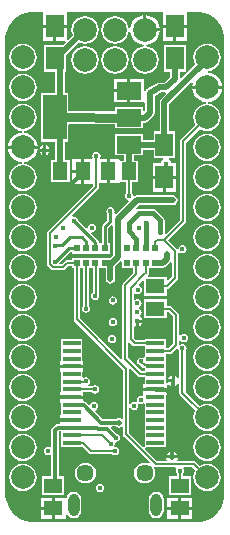
<source format=gbr>
%TF.GenerationSoftware,Altium Limited,Altium Designer,19.1.8 (144)*%
G04 Layer_Physical_Order=4*
G04 Layer_Color=16711680*
%FSLAX26Y26*%
%MOIN*%
%TF.FileFunction,Copper,L4,Bot,Signal*%
%TF.Part,Single*%
G01*
G75*
%TA.AperFunction,Conductor*%
%ADD19C,0.010000*%
%ADD20C,0.008000*%
%ADD21C,0.012000*%
%ADD22C,0.020000*%
%ADD23C,0.015000*%
%TA.AperFunction,ComponentPad*%
%ADD24C,0.031496*%
%ADD25C,0.078740*%
%ADD26C,0.057087*%
%ADD27O,0.037402X0.074803*%
%TA.AperFunction,ViaPad*%
%ADD28C,0.015000*%
%ADD29C,0.020000*%
%TA.AperFunction,Conductor*%
%ADD30C,0.030000*%
%TA.AperFunction,SMDPad,CuDef*%
%ADD31R,0.062992X0.051181*%
%ADD32R,0.059500X0.017000*%
%ADD33R,0.019685X0.023622*%
%ADD34R,0.051181X0.062992*%
%ADD35R,0.079000X0.059000*%
%ADD36R,0.079000X0.150000*%
%ADD37R,0.059055X0.076772*%
%TA.AperFunction,ConnectorPad*%
%ADD38R,0.059055X0.076772*%
%TA.AperFunction,SMDPad,CuDef*%
%ADD39R,0.051181X0.059055*%
G36*
X638427Y1668716D02*
X654806Y1661932D01*
X669547Y1652083D01*
X682083Y1639547D01*
X691932Y1624806D01*
X698716Y1608427D01*
X702175Y1591039D01*
Y1582175D01*
Y62175D01*
Y53311D01*
X698716Y35923D01*
X691932Y19544D01*
X682083Y4803D01*
X669547Y-7732D01*
X654806Y-17582D01*
X638427Y-24366D01*
X621039Y-27825D01*
X67175D01*
X57819Y-27825D01*
X39465Y-24174D01*
X22176Y-17013D01*
X6616Y-6616D01*
X-6616Y6616D01*
X-17013Y22176D01*
X-24174Y39465D01*
X-27825Y57819D01*
Y67175D01*
X-27825D01*
Y1582175D01*
Y1591039D01*
X-24366Y1608427D01*
X-17582Y1624806D01*
X-7732Y1639547D01*
X4803Y1652083D01*
X19544Y1661932D01*
X35923Y1668716D01*
X53311Y1672175D01*
X97648D01*
Y1631309D01*
X176703D01*
Y1672175D01*
X497648D01*
Y1631309D01*
X576703D01*
Y1672175D01*
X621039D01*
X638427Y1668716D01*
D02*
G37*
%LPC*%
G36*
X442175Y1662313D02*
Y1618175D01*
X486313D01*
X485274Y1626063D01*
X480300Y1638073D01*
X472386Y1648386D01*
X462073Y1656300D01*
X450063Y1661274D01*
X442175Y1662313D01*
D02*
G37*
G36*
X432175D02*
X424287Y1661274D01*
X412277Y1656300D01*
X401964Y1648386D01*
X394050Y1638073D01*
X389076Y1626063D01*
X387734Y1615871D01*
X387679Y1615457D01*
X382637D01*
X382582Y1615871D01*
X381377Y1625019D01*
X376806Y1636056D01*
X369534Y1645534D01*
X360056Y1652806D01*
X349019Y1657378D01*
X337175Y1658937D01*
X325331Y1657378D01*
X314294Y1652806D01*
X304817Y1645534D01*
X297545Y1636056D01*
X292973Y1625019D01*
X291414Y1613175D01*
X292973Y1601331D01*
X297545Y1590294D01*
X304817Y1580817D01*
X314294Y1573544D01*
X325331Y1568973D01*
X337175Y1567414D01*
X349019Y1568973D01*
X360056Y1573544D01*
X369534Y1580817D01*
X376806Y1590294D01*
X381377Y1601331D01*
X382582Y1610480D01*
X382637Y1610893D01*
X387679D01*
X387734Y1610480D01*
X389076Y1600287D01*
X394050Y1588277D01*
X401964Y1577964D01*
X412277Y1570051D01*
X424287Y1565076D01*
X434480Y1563734D01*
X434893Y1563679D01*
Y1558637D01*
X434480Y1558582D01*
X425331Y1557378D01*
X414294Y1552806D01*
X404817Y1545534D01*
X397545Y1536056D01*
X392973Y1525019D01*
X391414Y1513175D01*
X392973Y1501331D01*
X397545Y1490294D01*
X404817Y1480817D01*
X414294Y1473544D01*
X425331Y1468973D01*
X437175Y1467414D01*
X449019Y1468973D01*
X460056Y1473544D01*
X469534Y1480817D01*
X476806Y1490294D01*
X481377Y1501331D01*
X482937Y1513175D01*
X481377Y1525019D01*
X476806Y1536056D01*
X469534Y1545534D01*
X460056Y1552806D01*
X449019Y1557378D01*
X439871Y1558582D01*
X439457Y1558637D01*
Y1563679D01*
X439871Y1563734D01*
X450063Y1565076D01*
X462073Y1570051D01*
X472386Y1577964D01*
X480300Y1588277D01*
X485274Y1600287D01*
X486313Y1608175D01*
X437175D01*
Y1613175D01*
X432175D01*
Y1662313D01*
D02*
G37*
G36*
X237175Y1658937D02*
X225331Y1657378D01*
X214294Y1652806D01*
X204817Y1645534D01*
X197544Y1636056D01*
X192973Y1625019D01*
X191414Y1613175D01*
X192973Y1601331D01*
X195693Y1594764D01*
X181703Y1580774D01*
X176703Y1582845D01*
Y1621309D01*
X142175D01*
Y1577923D01*
X171781D01*
X173853Y1572923D01*
X163356Y1562427D01*
X101648D01*
Y1473655D01*
X136300D01*
Y1402825D01*
X90365D01*
Y1240825D01*
X138480D01*
Y1179671D01*
X123183D01*
Y1104679D01*
X186364D01*
Y1179671D01*
X171107D01*
Y1240825D01*
X181365D01*
Y1297061D01*
X184911Y1300586D01*
X338365Y1299682D01*
Y1285325D01*
X429365D01*
Y1304512D01*
X437275D01*
X443518Y1305754D01*
X448811Y1309290D01*
X464949Y1325428D01*
X468485Y1330720D01*
X469727Y1336963D01*
Y1393978D01*
X492335Y1405010D01*
X504814D01*
X506885Y1400010D01*
X490640Y1383765D01*
X487103Y1378472D01*
X485862Y1372229D01*
Y1275211D01*
X466648D01*
Y1247139D01*
X429365D01*
Y1266325D01*
X338365D01*
Y1195325D01*
X367552D01*
Y1177703D01*
X352275D01*
X350558Y1181703D01*
X319967D01*
Y1142175D01*
Y1102648D01*
X350558D01*
X352275Y1106648D01*
X372979D01*
Y1070215D01*
X370459Y1066443D01*
X369411Y1061175D01*
X370459Y1055908D01*
X373442Y1051442D01*
X377908Y1048458D01*
X381585Y1047727D01*
X383495Y1043379D01*
X383555Y1042625D01*
X341174Y1000245D01*
X335543Y1001685D01*
X334892Y1003908D01*
X335940Y1009175D01*
X334892Y1014443D01*
X331908Y1018908D01*
X327443Y1021892D01*
X322175Y1022940D01*
X316908Y1021892D01*
X312442Y1018908D01*
X309459Y1014443D01*
X308411Y1009175D01*
X309459Y1003908D01*
X310960Y1001661D01*
Y979611D01*
X295741Y964392D01*
X293309Y960754D01*
X292456Y956462D01*
X292456Y956461D01*
Y903416D01*
X287561D01*
X283391Y905490D01*
X282537Y909782D01*
X280106Y913420D01*
X280106Y913421D01*
X258753Y934773D01*
X259216Y937029D01*
X260733Y939865D01*
X265026Y940719D01*
X269491Y943702D01*
X272475Y948168D01*
X273523Y953435D01*
X272475Y958703D01*
X269491Y963168D01*
X265026Y966152D01*
X259758Y967200D01*
X254491Y966152D01*
X250025Y963168D01*
X247042Y958703D01*
X246188Y954410D01*
X243351Y952893D01*
X241096Y952431D01*
X214015Y979511D01*
X213488Y982161D01*
X210504Y986627D01*
X206038Y989611D01*
X200771Y990659D01*
X200648Y990634D01*
X194967Y994562D01*
X194797Y995557D01*
X282385Y1083144D01*
X284595Y1086452D01*
X285371Y1090354D01*
Y1102648D01*
X309967D01*
Y1142175D01*
Y1181703D01*
X289759D01*
X287087Y1186703D01*
X287892Y1187908D01*
X288940Y1193175D01*
X287892Y1198443D01*
X284908Y1202908D01*
X280443Y1205892D01*
X275175Y1206940D01*
X269908Y1205892D01*
X265442Y1202908D01*
X262459Y1198443D01*
X261411Y1193175D01*
X262307Y1188671D01*
X261250Y1186299D01*
X259276Y1183671D01*
X234577D01*
Y1142175D01*
Y1100679D01*
X264979D01*
Y1094577D01*
X112466Y942063D01*
X110255Y938756D01*
X109479Y934854D01*
Y833927D01*
X110255Y830025D01*
X112466Y826717D01*
X123717Y815466D01*
X127025Y813255D01*
X130927Y812479D01*
X164074D01*
X167976Y813255D01*
X171284Y815466D01*
X182227Y826409D01*
X193341D01*
Y818794D01*
X198987D01*
Y649110D01*
X199763Y645208D01*
X201974Y641900D01*
X364048Y479825D01*
Y320162D01*
X359048Y317489D01*
X356418Y319247D01*
X350175Y320489D01*
X343932Y319247D01*
X339687Y316410D01*
X296029D01*
X270620Y341819D01*
X272266Y347245D01*
X273443Y347479D01*
X277908Y350462D01*
X280892Y354928D01*
X281940Y360195D01*
X280892Y365463D01*
X277908Y369928D01*
X273443Y372912D01*
X268175Y373960D01*
X262908Y372912D01*
X258442Y369928D01*
X255458Y365463D01*
X255225Y364286D01*
X249799Y362640D01*
X241089Y371351D01*
X237120Y374003D01*
X232437Y374934D01*
X232175D01*
Y384379D01*
X192425D01*
X152675D01*
Y370879D01*
X156675D01*
Y331109D01*
X152675D01*
Y317609D01*
X192425D01*
Y307609D01*
X152675D01*
Y299252D01*
X145690D01*
X141008Y298321D01*
X137039Y295669D01*
X128024Y286654D01*
X125371Y282685D01*
X124440Y278002D01*
Y224898D01*
X119440Y222226D01*
X118443Y222892D01*
X113175Y223940D01*
X107908Y222892D01*
X103442Y219908D01*
X100459Y215443D01*
X99411Y210175D01*
X100459Y204908D01*
X103442Y200442D01*
X107908Y197458D01*
X113175Y196411D01*
X118443Y197458D01*
X119440Y198125D01*
X124440Y195452D01*
Y125168D01*
X93679D01*
Y61987D01*
X168671D01*
Y125168D01*
X148910D01*
Y272934D01*
X150758Y274782D01*
X156675D01*
Y246927D01*
Y221337D01*
X228175D01*
X228175Y221337D01*
Y221337D01*
X232454Y219477D01*
X250086Y201846D01*
X253393Y199635D01*
X257295Y198859D01*
X328235D01*
X332008Y196339D01*
X337275Y195291D01*
X342543Y196339D01*
X347008Y199322D01*
X349992Y203788D01*
X351040Y209055D01*
X349992Y214323D01*
X347008Y218788D01*
X342543Y221772D01*
X337275Y222820D01*
X334523Y227370D01*
X335337Y228589D01*
X336385Y233856D01*
X335927Y236158D01*
X340011Y240443D01*
X340175Y240411D01*
X345443Y241458D01*
X349908Y244442D01*
X352892Y248908D01*
X353940Y254175D01*
X352892Y259443D01*
X349908Y263908D01*
X345443Y266892D01*
X344592Y267061D01*
X324713Y286940D01*
X326784Y291940D01*
X339687D01*
X343932Y289103D01*
X350175Y287862D01*
X356418Y289103D01*
X359048Y290861D01*
X364048Y288188D01*
Y264963D01*
X364825Y261061D01*
X367035Y257754D01*
X453032Y171757D01*
X450200Y167518D01*
X444619Y169829D01*
X435601Y171017D01*
X426584Y169829D01*
X418180Y166349D01*
X410965Y160812D01*
X405428Y153596D01*
X401947Y145193D01*
X400760Y136175D01*
X401947Y127158D01*
X405428Y118754D01*
X410965Y111539D01*
X418180Y106002D01*
X426584Y102521D01*
X435601Y101334D01*
X444619Y102521D01*
X453022Y106002D01*
X460238Y111539D01*
X465775Y118754D01*
X469255Y127158D01*
X470443Y136175D01*
X469255Y145193D01*
X466182Y152613D01*
X468743Y155644D01*
X469811Y156381D01*
X473332Y155680D01*
X538479D01*
X541151Y150680D01*
X540458Y149643D01*
X539411Y144376D01*
X540458Y139109D01*
X542979Y135336D01*
Y125168D01*
X515679D01*
Y61987D01*
X590671D01*
Y125168D01*
X563371D01*
Y135336D01*
X565892Y139109D01*
X566940Y144376D01*
X565892Y149643D01*
X565199Y150680D01*
X567872Y155680D01*
X595399D01*
X605556Y145523D01*
X604544Y144204D01*
X599973Y133167D01*
X598414Y121323D01*
X599973Y109479D01*
X604544Y98442D01*
X611817Y88965D01*
X621294Y81692D01*
X632331Y77121D01*
X644175Y75562D01*
X656019Y77121D01*
X667056Y81692D01*
X676534Y88965D01*
X683806Y98442D01*
X688378Y109479D01*
X689937Y121323D01*
X688378Y133167D01*
X683806Y144204D01*
X676534Y153681D01*
X667056Y160954D01*
X656019Y165525D01*
X644175Y167085D01*
X632331Y165525D01*
X621294Y160954D01*
X619976Y159942D01*
X606832Y173086D01*
X603524Y175296D01*
X599622Y176072D01*
X547109D01*
X544752Y180482D01*
X546015Y182372D01*
X546572Y185175D01*
X507778D01*
X508336Y182372D01*
X509598Y180482D01*
X507241Y176072D01*
X477555D01*
X437290Y216337D01*
X439361Y221337D01*
X507675D01*
Y246927D01*
Y272517D01*
Y298109D01*
Y323699D01*
Y349289D01*
Y396471D01*
X511675D01*
Y409971D01*
X471925D01*
X432175D01*
Y396968D01*
X431935Y396508D01*
X428628Y392963D01*
X424675Y393750D01*
X419408Y392702D01*
X414942Y389718D01*
X411959Y385253D01*
X410911Y379985D01*
X411801Y375511D01*
X409945Y373516D01*
X407748Y372205D01*
X406690Y372912D01*
X401423Y373960D01*
X396155Y372912D01*
X391690Y369928D01*
X389440Y366562D01*
X384440Y367696D01*
Y481764D01*
X389440Y483835D01*
X414334Y458942D01*
X417642Y456731D01*
X421544Y455955D01*
X436175D01*
Y433471D01*
X432175D01*
Y419971D01*
X471925D01*
X511675D01*
Y428916D01*
X516607Y433024D01*
X517706Y432835D01*
X518558Y431558D01*
X524347Y427691D01*
X526175Y427327D01*
Y439175D01*
X513613D01*
X510032Y436005D01*
X507675Y436950D01*
Y477241D01*
Y502833D01*
Y532727D01*
X519175D01*
X523077Y533503D01*
X526385Y535714D01*
X543559Y552888D01*
X545098Y552662D01*
X548661Y550918D01*
X549458Y546908D01*
X551979Y543135D01*
Y452966D01*
X546979Y452022D01*
X543792Y456792D01*
X538003Y460660D01*
X536175Y461023D01*
Y444175D01*
Y427327D01*
X538003Y427691D01*
X543792Y431558D01*
X546979Y436329D01*
X551979Y435384D01*
Y403323D01*
X552755Y399421D01*
X554966Y396114D01*
X605556Y345523D01*
X604544Y344204D01*
X599973Y333167D01*
X598414Y321323D01*
X599973Y309479D01*
X604544Y298442D01*
X611817Y288965D01*
X621294Y281692D01*
X632331Y277121D01*
X644175Y275562D01*
X656019Y277121D01*
X667056Y281692D01*
X676534Y288965D01*
X683806Y298442D01*
X688378Y309479D01*
X689937Y321323D01*
X688378Y333167D01*
X683806Y344204D01*
X676534Y353682D01*
X667056Y360954D01*
X656019Y365526D01*
X644175Y367085D01*
X632331Y365526D01*
X621294Y360954D01*
X619976Y359942D01*
X572371Y407546D01*
Y543135D01*
X574892Y546908D01*
X575940Y552175D01*
X574892Y557443D01*
X571908Y561908D01*
X567443Y564892D01*
X562175Y565940D01*
X556908Y564892D01*
X554757Y563455D01*
X549757Y566127D01*
Y577351D01*
X550684Y578077D01*
X557376Y577061D01*
X561841Y574078D01*
X567109Y573030D01*
X572376Y574078D01*
X576842Y577061D01*
X579826Y581527D01*
X580873Y586794D01*
X579826Y592062D01*
X576842Y596527D01*
X572376Y599511D01*
X567109Y600559D01*
X561841Y599511D01*
X557376Y596528D01*
X550684Y595511D01*
X549757Y596237D01*
Y663755D01*
X548981Y667657D01*
X546770Y670965D01*
X526604Y691131D01*
X523297Y693341D01*
X519395Y694117D01*
X509017D01*
Y715512D01*
X434025D01*
Y652331D01*
X509017D01*
Y673725D01*
X515172D01*
X529365Y659532D01*
Y567532D01*
X514952Y553119D01*
X507675D01*
Y583013D01*
X436175D01*
Y578709D01*
X407869D01*
X400207Y586371D01*
Y623822D01*
X404617Y626179D01*
X405347Y625691D01*
X407175Y625327D01*
Y642175D01*
X412175D01*
Y647175D01*
X429023D01*
X428660Y649003D01*
X424792Y654792D01*
X422125Y656574D01*
X421908Y662442D01*
X424892Y666908D01*
X425940Y672175D01*
X424892Y677443D01*
X421908Y681908D01*
X418055Y684482D01*
X417724Y687175D01*
X418055Y689868D01*
X421908Y692442D01*
X424892Y696908D01*
X425940Y702175D01*
X424892Y707443D01*
X421908Y711908D01*
X417443Y714892D01*
X412175Y715940D01*
X406908Y714892D01*
X405207Y713756D01*
X400207Y716428D01*
Y734259D01*
X400580Y734593D01*
X405207Y736474D01*
X408224Y734458D01*
X413491Y733411D01*
X418758Y734458D01*
X423224Y737442D01*
X426208Y741908D01*
X427255Y747175D01*
X426208Y752442D01*
X423224Y756908D01*
X418758Y759892D01*
X417536Y760135D01*
X415890Y765560D01*
X429406Y779076D01*
X434025Y777163D01*
Y727135D01*
X509017D01*
Y749199D01*
X509395D01*
X513297Y749975D01*
X516604Y752185D01*
X544385Y779966D01*
X546595Y783273D01*
X547371Y787175D01*
Y870927D01*
X552371Y872444D01*
X552442Y872337D01*
X556908Y869354D01*
X562175Y868306D01*
X567443Y869354D01*
X571908Y872337D01*
X574892Y876803D01*
X575940Y882070D01*
X574892Y887338D01*
X571908Y891803D01*
X567443Y894787D01*
X562175Y895835D01*
X556908Y894787D01*
X552442Y891803D01*
X549458Y887338D01*
X548930Y884683D01*
X546932Y883717D01*
X543559Y883311D01*
X514577Y912294D01*
X571832Y969549D01*
X574043Y972857D01*
X574819Y976759D01*
Y1237547D01*
X619976Y1282704D01*
X621294Y1281693D01*
X632331Y1277121D01*
X644175Y1275562D01*
X656019Y1277121D01*
X667056Y1281693D01*
X676534Y1288965D01*
X683806Y1298442D01*
X688378Y1309479D01*
X689937Y1321323D01*
X688378Y1333167D01*
X683806Y1344204D01*
X676534Y1353681D01*
X667056Y1360954D01*
X656019Y1365525D01*
X646457Y1366784D01*
Y1371828D01*
X657063Y1373224D01*
X669073Y1378198D01*
X679386Y1386112D01*
X687300Y1396425D01*
X692274Y1408435D01*
X693313Y1416323D01*
X644175D01*
X595037D01*
X596076Y1408435D01*
X601051Y1396425D01*
X608964Y1386112D01*
X619277Y1378198D01*
X631287Y1373224D01*
X641893Y1371828D01*
Y1366784D01*
X632331Y1365525D01*
X621294Y1360954D01*
X611817Y1353681D01*
X604544Y1344204D01*
X599973Y1333167D01*
X598414Y1321323D01*
X599973Y1309479D01*
X604544Y1298442D01*
X605556Y1297124D01*
X557413Y1248980D01*
X555203Y1245673D01*
X554427Y1241771D01*
Y980982D01*
X506604Y933159D01*
X501996Y935622D01*
X502662Y938968D01*
Y978919D01*
X502662Y978920D01*
X501614Y984187D01*
X498630Y988653D01*
X498630Y988653D01*
X473449Y1013834D01*
X468983Y1016818D01*
X463716Y1017866D01*
X416652D01*
X411385Y1016818D01*
X410104Y1015963D01*
X406917Y1019846D01*
X415933Y1028862D01*
X530175D01*
X536418Y1030103D01*
X541711Y1033640D01*
X545247Y1038932D01*
X546489Y1045175D01*
X545247Y1051418D01*
X541711Y1056711D01*
X536418Y1060247D01*
X530175Y1061489D01*
X409175D01*
X402932Y1060247D01*
X401688Y1059415D01*
X399692Y1060155D01*
X396750Y1062130D01*
X395892Y1066443D01*
X393371Y1070215D01*
Y1106648D01*
X415456D01*
Y1177703D01*
X400179D01*
Y1195325D01*
X429365D01*
Y1214512D01*
X466648D01*
Y1186439D01*
X497004D01*
X498521Y1181439D01*
X494558Y1178792D01*
X490691Y1173003D01*
X490281Y1170943D01*
X462648D01*
Y1127557D01*
X502175D01*
X541703D01*
Y1170943D01*
X524070D01*
X523660Y1173003D01*
X519792Y1178792D01*
X515830Y1181439D01*
X517347Y1186439D01*
X537703D01*
Y1275211D01*
X518489D01*
Y1365472D01*
X593093Y1440076D01*
X597332Y1437244D01*
X596076Y1434211D01*
X595037Y1426323D01*
X644175D01*
X693313D01*
X692274Y1434211D01*
X687300Y1446221D01*
X679386Y1456534D01*
X669073Y1464448D01*
X657063Y1469422D01*
X646457Y1470819D01*
Y1475862D01*
X656019Y1477121D01*
X667056Y1481693D01*
X676534Y1488965D01*
X683806Y1498442D01*
X688378Y1509479D01*
X689937Y1521323D01*
X688378Y1533167D01*
X683806Y1544204D01*
X676534Y1553681D01*
X667056Y1560954D01*
X656019Y1565525D01*
X644175Y1567085D01*
X632331Y1565525D01*
X621294Y1560954D01*
X611817Y1553681D01*
X604544Y1544204D01*
X599973Y1533167D01*
X598414Y1521323D01*
X599973Y1509479D01*
X604544Y1498442D01*
X604880Y1498005D01*
X558489Y1451613D01*
X553489Y1453685D01*
Y1473655D01*
X572703D01*
Y1562427D01*
X501648D01*
Y1473655D01*
X520862D01*
Y1456412D01*
X502086Y1437637D01*
X488567D01*
X488070Y1437538D01*
X487568Y1437606D01*
X484965Y1436920D01*
X482324Y1436395D01*
X481903Y1436113D01*
X481413Y1435984D01*
X446259Y1418830D01*
X444117Y1417201D01*
X441878Y1415705D01*
X441596Y1415283D01*
X441193Y1414976D01*
X439838Y1412651D01*
X438341Y1410412D01*
X433365Y1411024D01*
Y1450325D01*
X388865D01*
Y1410825D01*
Y1371325D01*
X432100D01*
X433365Y1371325D01*
X437100Y1368270D01*
Y1344784D01*
X434103Y1342423D01*
X429365Y1344520D01*
Y1356325D01*
X338365D01*
Y1346051D01*
X334819Y1342526D01*
X181365Y1343430D01*
Y1402825D01*
X168927D01*
Y1473655D01*
X172703D01*
Y1525632D01*
X218764Y1571693D01*
X225331Y1568973D01*
X237175Y1567414D01*
X249019Y1568973D01*
X260056Y1573544D01*
X269534Y1580817D01*
X276806Y1590294D01*
X281377Y1601331D01*
X282937Y1613175D01*
X281377Y1625019D01*
X276806Y1636056D01*
X269534Y1645534D01*
X260056Y1652806D01*
X249019Y1657378D01*
X237175Y1658937D01*
D02*
G37*
G36*
X576703Y1621309D02*
X542175D01*
Y1577923D01*
X576703D01*
Y1621309D01*
D02*
G37*
G36*
X532175D02*
X497648D01*
Y1577923D01*
X532175D01*
Y1621309D01*
D02*
G37*
G36*
X132175D02*
X97648D01*
Y1577923D01*
X132175D01*
Y1621309D01*
D02*
G37*
G36*
X30175Y1567085D02*
X18331Y1565525D01*
X7294Y1560954D01*
X-2183Y1553681D01*
X-9456Y1544204D01*
X-14027Y1533167D01*
X-15586Y1521323D01*
X-14027Y1509479D01*
X-9456Y1498442D01*
X-2183Y1488965D01*
X7294Y1481693D01*
X18331Y1477121D01*
X30175Y1475562D01*
X42019Y1477121D01*
X53056Y1481693D01*
X62533Y1488965D01*
X69806Y1498442D01*
X74377Y1509479D01*
X75937Y1521323D01*
X74377Y1533167D01*
X69806Y1544204D01*
X62533Y1553681D01*
X53056Y1560954D01*
X42019Y1565525D01*
X30175Y1567085D01*
D02*
G37*
G36*
X337175Y1558937D02*
X325331Y1557378D01*
X314294Y1552806D01*
X304817Y1545534D01*
X297545Y1536056D01*
X292973Y1525019D01*
X291414Y1513175D01*
X292973Y1501331D01*
X297545Y1490294D01*
X304817Y1480817D01*
X314294Y1473544D01*
X325331Y1468973D01*
X337175Y1467414D01*
X349019Y1468973D01*
X360056Y1473544D01*
X369534Y1480817D01*
X376806Y1490294D01*
X381377Y1501331D01*
X382937Y1513175D01*
X381377Y1525019D01*
X376806Y1536056D01*
X369534Y1545534D01*
X360056Y1552806D01*
X349019Y1557378D01*
X337175Y1558937D01*
D02*
G37*
G36*
X237175D02*
X225331Y1557378D01*
X214294Y1552806D01*
X204817Y1545534D01*
X197544Y1536056D01*
X192973Y1525019D01*
X191414Y1513175D01*
X192973Y1501331D01*
X197544Y1490294D01*
X204817Y1480817D01*
X214294Y1473544D01*
X225331Y1468973D01*
X237175Y1467414D01*
X249019Y1468973D01*
X260056Y1473544D01*
X269534Y1480817D01*
X276806Y1490294D01*
X281377Y1501331D01*
X282937Y1513175D01*
X281377Y1525019D01*
X276806Y1536056D01*
X269534Y1545534D01*
X260056Y1552806D01*
X249019Y1557378D01*
X237175Y1558937D01*
D02*
G37*
G36*
X378865Y1450325D02*
X334365D01*
Y1415825D01*
X378865D01*
Y1450325D01*
D02*
G37*
G36*
X30175Y1467085D02*
X18331Y1465525D01*
X7294Y1460954D01*
X-2183Y1453681D01*
X-9456Y1444204D01*
X-14027Y1433167D01*
X-15586Y1421323D01*
X-14027Y1409479D01*
X-9456Y1398442D01*
X-2183Y1388965D01*
X7294Y1381693D01*
X18331Y1377121D01*
X30175Y1375562D01*
X42019Y1377121D01*
X53056Y1381693D01*
X62533Y1388965D01*
X69806Y1398442D01*
X74377Y1409479D01*
X75937Y1421323D01*
X74377Y1433167D01*
X69806Y1444204D01*
X62533Y1453681D01*
X53056Y1460954D01*
X42019Y1465525D01*
X30175Y1467085D01*
D02*
G37*
G36*
X378865Y1405825D02*
X334365D01*
Y1371325D01*
X378865D01*
Y1405825D01*
D02*
G37*
G36*
X30175Y1367085D02*
X18331Y1365525D01*
X7294Y1360954D01*
X-2183Y1353681D01*
X-9456Y1344204D01*
X-14027Y1333167D01*
X-15586Y1321323D01*
X-14027Y1309479D01*
X-9456Y1298442D01*
X-2183Y1288965D01*
X7294Y1281693D01*
X18331Y1277121D01*
X27480Y1275917D01*
X27893Y1275862D01*
Y1270819D01*
X27480Y1270764D01*
X17287Y1269422D01*
X5277Y1264448D01*
X-5036Y1256534D01*
X-12950Y1246221D01*
X-17924Y1234211D01*
X-18963Y1226323D01*
X30175D01*
X79313D01*
X78275Y1234211D01*
X73300Y1246221D01*
X65386Y1256534D01*
X55073Y1264448D01*
X43063Y1269422D01*
X32871Y1270764D01*
X32457Y1270819D01*
Y1275862D01*
X32871Y1275917D01*
X42019Y1277121D01*
X53056Y1281693D01*
X62533Y1288965D01*
X69806Y1298442D01*
X74377Y1309479D01*
X75937Y1321323D01*
X74377Y1333167D01*
X69806Y1344204D01*
X62533Y1353681D01*
X53056Y1360954D01*
X42019Y1365525D01*
X30175Y1367085D01*
D02*
G37*
G36*
X107175Y1229023D02*
Y1217175D01*
X119023D01*
X118660Y1219003D01*
X114792Y1224792D01*
X109003Y1228660D01*
X107175Y1229023D01*
D02*
G37*
G36*
X97175D02*
X95347Y1228660D01*
X89558Y1224792D01*
X85691Y1219003D01*
X85327Y1217175D01*
X97175D01*
Y1229023D01*
D02*
G37*
G36*
X119023Y1207175D02*
X107175D01*
Y1195327D01*
X109003Y1195691D01*
X114792Y1199558D01*
X118660Y1205347D01*
X119023Y1207175D01*
D02*
G37*
G36*
X97175D02*
X85327D01*
X85691Y1205347D01*
X89558Y1199558D01*
X95347Y1195691D01*
X97175Y1195327D01*
Y1207175D01*
D02*
G37*
G36*
X644175Y1267085D02*
X632331Y1265525D01*
X621294Y1260954D01*
X611817Y1253681D01*
X604544Y1244204D01*
X599973Y1233167D01*
X598414Y1221323D01*
X599973Y1209479D01*
X604544Y1198442D01*
X611817Y1188965D01*
X621294Y1181693D01*
X632331Y1177121D01*
X644175Y1175562D01*
X656019Y1177121D01*
X667056Y1181693D01*
X676534Y1188965D01*
X683806Y1198442D01*
X688378Y1209479D01*
X689937Y1221323D01*
X688378Y1233167D01*
X683806Y1244204D01*
X676534Y1253681D01*
X667056Y1260954D01*
X656019Y1265525D01*
X644175Y1267085D01*
D02*
G37*
G36*
X224577Y1183671D02*
X193987D01*
Y1147175D01*
X224577D01*
Y1183671D01*
D02*
G37*
G36*
Y1137175D02*
X193987D01*
Y1100679D01*
X224577D01*
Y1137175D01*
D02*
G37*
G36*
X644175Y1167085D02*
X632331Y1165525D01*
X621294Y1160954D01*
X611817Y1153681D01*
X604544Y1144204D01*
X599973Y1133167D01*
X598414Y1121323D01*
X599973Y1109479D01*
X604544Y1098442D01*
X611817Y1088965D01*
X621294Y1081693D01*
X632331Y1077121D01*
X644175Y1075562D01*
X656019Y1077121D01*
X667056Y1081693D01*
X676534Y1088965D01*
X683806Y1098442D01*
X688378Y1109479D01*
X689937Y1121323D01*
X688378Y1133167D01*
X683806Y1144204D01*
X676534Y1153681D01*
X667056Y1160954D01*
X656019Y1165525D01*
X644175Y1167085D01*
D02*
G37*
G36*
X79313Y1216323D02*
X30175D01*
X-18963D01*
X-17924Y1208435D01*
X-12950Y1196425D01*
X-5036Y1186112D01*
X5277Y1178198D01*
X17287Y1173224D01*
X27480Y1171882D01*
X27893Y1171827D01*
Y1166785D01*
X27480Y1166730D01*
X18331Y1165525D01*
X7294Y1160954D01*
X-2183Y1153681D01*
X-9456Y1144204D01*
X-14027Y1133167D01*
X-15586Y1121323D01*
X-14027Y1109479D01*
X-9456Y1098442D01*
X-2183Y1088965D01*
X7294Y1081693D01*
X18331Y1077121D01*
X30175Y1075562D01*
X42019Y1077121D01*
X53056Y1081693D01*
X62533Y1088965D01*
X69806Y1098442D01*
X74377Y1109479D01*
X75937Y1121323D01*
X74377Y1133167D01*
X69806Y1144204D01*
X62533Y1153681D01*
X53056Y1160954D01*
X42019Y1165525D01*
X32871Y1166730D01*
X32457Y1166785D01*
Y1171827D01*
X32871Y1171882D01*
X43063Y1173224D01*
X55073Y1178198D01*
X65386Y1186112D01*
X73300Y1196425D01*
X78275Y1208435D01*
X79313Y1216323D01*
D02*
G37*
G36*
X541703Y1117557D02*
X507175D01*
Y1074171D01*
X541703D01*
Y1117557D01*
D02*
G37*
G36*
X497175D02*
X462648D01*
Y1074171D01*
X497175D01*
Y1117557D01*
D02*
G37*
G36*
X644175Y1067085D02*
X632331Y1065525D01*
X621294Y1060954D01*
X611817Y1053681D01*
X604544Y1044204D01*
X599973Y1033167D01*
X598414Y1021323D01*
X599973Y1009479D01*
X604544Y998442D01*
X611817Y988965D01*
X621294Y981692D01*
X632331Y977121D01*
X644175Y975562D01*
X656019Y977121D01*
X667056Y981692D01*
X676534Y988965D01*
X683806Y998442D01*
X688378Y1009479D01*
X689937Y1021323D01*
X688378Y1033167D01*
X683806Y1044204D01*
X676534Y1053681D01*
X667056Y1060954D01*
X656019Y1065525D01*
X644175Y1067085D01*
D02*
G37*
G36*
X30175D02*
X18331Y1065525D01*
X7294Y1060954D01*
X-2183Y1053681D01*
X-9456Y1044204D01*
X-14027Y1033167D01*
X-15586Y1021323D01*
X-14027Y1009479D01*
X-9456Y998442D01*
X-2183Y988965D01*
X7294Y981692D01*
X18331Y977121D01*
X30175Y975562D01*
X42019Y977121D01*
X53056Y981692D01*
X62533Y988965D01*
X69806Y998442D01*
X74377Y1009479D01*
X75937Y1021323D01*
X74377Y1033167D01*
X69806Y1044204D01*
X62533Y1053681D01*
X53056Y1060954D01*
X42019Y1065525D01*
X30175Y1067085D01*
D02*
G37*
G36*
X644175Y967085D02*
X632331Y965525D01*
X621294Y960954D01*
X611817Y953682D01*
X604544Y944204D01*
X599973Y933167D01*
X598414Y921323D01*
X599973Y909479D01*
X604544Y898442D01*
X611817Y888965D01*
X621294Y881692D01*
X632331Y877121D01*
X644175Y875562D01*
X656019Y877121D01*
X667056Y881692D01*
X676534Y888965D01*
X683806Y898442D01*
X688378Y909479D01*
X689937Y921323D01*
X688378Y933167D01*
X683806Y944204D01*
X676534Y953682D01*
X667056Y960954D01*
X656019Y965525D01*
X644175Y967085D01*
D02*
G37*
G36*
X30175D02*
X18331Y965525D01*
X7294Y960954D01*
X-2183Y953682D01*
X-9456Y944204D01*
X-14027Y933167D01*
X-15586Y921323D01*
X-14027Y909479D01*
X-9456Y898442D01*
X-2183Y888965D01*
X7294Y881692D01*
X18331Y877121D01*
X30175Y875562D01*
X42019Y877121D01*
X53056Y881692D01*
X62533Y888965D01*
X69806Y898442D01*
X74377Y909479D01*
X75937Y921323D01*
X74377Y933167D01*
X69806Y944204D01*
X62533Y953682D01*
X53056Y960954D01*
X42019Y965525D01*
X30175Y967085D01*
D02*
G37*
G36*
X644175Y867085D02*
X632331Y865525D01*
X621294Y860954D01*
X611817Y853682D01*
X604544Y844204D01*
X599973Y833167D01*
X598414Y821323D01*
X599973Y809479D01*
X604544Y798442D01*
X611817Y788965D01*
X621294Y781692D01*
X632331Y777121D01*
X644175Y775562D01*
X656019Y777121D01*
X667056Y781692D01*
X676534Y788965D01*
X683806Y798442D01*
X688378Y809479D01*
X689937Y821323D01*
X688378Y833167D01*
X683806Y844204D01*
X676534Y853682D01*
X667056Y860954D01*
X656019Y865525D01*
X644175Y867085D01*
D02*
G37*
G36*
X30175D02*
X18331Y865525D01*
X7294Y860954D01*
X-2183Y853682D01*
X-9456Y844204D01*
X-14027Y833167D01*
X-15586Y821323D01*
X-14027Y809479D01*
X-9456Y798442D01*
X-2183Y788965D01*
X7294Y781692D01*
X18331Y777121D01*
X30175Y775562D01*
X42019Y777121D01*
X53056Y781692D01*
X62533Y788965D01*
X69806Y798442D01*
X74377Y809479D01*
X75937Y821323D01*
X74377Y833167D01*
X69806Y844204D01*
X62533Y853682D01*
X53056Y860954D01*
X42019Y865525D01*
X30175Y867085D01*
D02*
G37*
G36*
X644175Y767085D02*
X632331Y765525D01*
X621294Y760954D01*
X611817Y753682D01*
X604544Y744204D01*
X599973Y733167D01*
X598414Y721323D01*
X599973Y709479D01*
X604544Y698442D01*
X611817Y688965D01*
X621294Y681692D01*
X632331Y677121D01*
X644175Y675562D01*
X656019Y677121D01*
X667056Y681692D01*
X676534Y688965D01*
X683806Y698442D01*
X688378Y709479D01*
X689937Y721323D01*
X688378Y733167D01*
X683806Y744204D01*
X676534Y753682D01*
X667056Y760954D01*
X656019Y765525D01*
X644175Y767085D01*
D02*
G37*
G36*
X30175D02*
X18331Y765525D01*
X7294Y760954D01*
X-2183Y753682D01*
X-9456Y744204D01*
X-14027Y733167D01*
X-15586Y721323D01*
X-14027Y709479D01*
X-9456Y698442D01*
X-2183Y688965D01*
X7294Y681692D01*
X18331Y677121D01*
X30175Y675562D01*
X42019Y677121D01*
X53056Y681692D01*
X62533Y688965D01*
X69806Y698442D01*
X74377Y709479D01*
X75937Y721323D01*
X74377Y733167D01*
X69806Y744204D01*
X62533Y753682D01*
X53056Y760954D01*
X42019Y765525D01*
X30175Y767085D01*
D02*
G37*
G36*
X429023Y637175D02*
X417175D01*
Y625327D01*
X419003Y625691D01*
X424792Y629558D01*
X428660Y635347D01*
X429023Y637175D01*
D02*
G37*
G36*
X644175Y667085D02*
X632331Y665525D01*
X621294Y660954D01*
X611817Y653682D01*
X604544Y644204D01*
X599973Y633167D01*
X598414Y621323D01*
X599973Y609479D01*
X604544Y598442D01*
X611817Y588965D01*
X621294Y581692D01*
X632331Y577121D01*
X644175Y575562D01*
X656019Y577121D01*
X667056Y581692D01*
X676534Y588965D01*
X683806Y598442D01*
X688378Y609479D01*
X689937Y621323D01*
X688378Y633167D01*
X683806Y644204D01*
X676534Y653682D01*
X667056Y660954D01*
X656019Y665525D01*
X644175Y667085D01*
D02*
G37*
G36*
X30175D02*
X18331Y665525D01*
X7294Y660954D01*
X-2183Y653682D01*
X-9456Y644204D01*
X-14027Y633167D01*
X-15586Y621323D01*
X-14027Y609479D01*
X-9456Y598442D01*
X-2183Y588965D01*
X7294Y581692D01*
X18331Y577121D01*
X30175Y575562D01*
X42019Y577121D01*
X53056Y581692D01*
X62533Y588965D01*
X69806Y598442D01*
X74377Y609479D01*
X75937Y621323D01*
X74377Y633167D01*
X69806Y644204D01*
X62533Y653682D01*
X53056Y660954D01*
X42019Y665525D01*
X30175Y667085D01*
D02*
G37*
G36*
X228175Y583013D02*
X156675D01*
Y554013D01*
Y510241D01*
X152675D01*
Y496741D01*
X192425D01*
X232175D01*
Y510241D01*
X228175D01*
Y554013D01*
Y583013D01*
D02*
G37*
G36*
X644175Y567085D02*
X632331Y565525D01*
X621294Y560954D01*
X611817Y553682D01*
X604544Y544204D01*
X599973Y533167D01*
X598414Y521323D01*
X599973Y509479D01*
X604544Y498442D01*
X611817Y488965D01*
X621294Y481692D01*
X632331Y477121D01*
X644175Y475562D01*
X656019Y477121D01*
X667056Y481692D01*
X676534Y488965D01*
X683806Y498442D01*
X688378Y509479D01*
X689937Y521323D01*
X688378Y533167D01*
X683806Y544204D01*
X676534Y553682D01*
X667056Y560954D01*
X656019Y565525D01*
X644175Y567085D01*
D02*
G37*
G36*
X30175D02*
X18331Y565525D01*
X7294Y560954D01*
X-2183Y553682D01*
X-9456Y544204D01*
X-14027Y533167D01*
X-15586Y521323D01*
X-14027Y509479D01*
X-9456Y498442D01*
X-2183Y488965D01*
X7294Y481692D01*
X18331Y477121D01*
X30175Y475562D01*
X42019Y477121D01*
X53056Y481692D01*
X62533Y488965D01*
X69806Y498442D01*
X74377Y509479D01*
X75937Y521323D01*
X74377Y533167D01*
X69806Y544204D01*
X62533Y553682D01*
X53056Y560954D01*
X42019Y565525D01*
X30175Y567085D01*
D02*
G37*
G36*
X526175Y461023D02*
X524347Y460660D01*
X518558Y456792D01*
X514691Y451003D01*
X514327Y449175D01*
X526175D01*
Y461023D01*
D02*
G37*
G36*
X232175Y486741D02*
X192425D01*
X152675D01*
Y473241D01*
X156675D01*
Y451651D01*
Y407879D01*
X152675D01*
Y394379D01*
X192425D01*
X232175D01*
Y404775D01*
X261547D01*
X265319Y402255D01*
X270587Y401207D01*
X275854Y402255D01*
X280320Y405238D01*
X283303Y409704D01*
X284351Y414971D01*
X283303Y420239D01*
X280320Y424704D01*
X275854Y427688D01*
X270587Y428736D01*
X265319Y427688D01*
X261547Y425167D01*
X249628D01*
X248112Y430167D01*
X250418Y431709D01*
X253402Y436174D01*
X254450Y441442D01*
X253402Y446709D01*
X250418Y451175D01*
X245953Y454158D01*
X240685Y455206D01*
X235418Y454158D01*
X233175Y452660D01*
X228175Y455332D01*
Y473241D01*
X232175D01*
Y486741D01*
D02*
G37*
G36*
X644175Y467085D02*
X632331Y465526D01*
X621294Y460954D01*
X611817Y453682D01*
X604544Y444204D01*
X599973Y433167D01*
X598414Y421323D01*
X599973Y409479D01*
X604544Y398442D01*
X611817Y388965D01*
X621294Y381692D01*
X632331Y377121D01*
X644175Y375562D01*
X656019Y377121D01*
X667056Y381692D01*
X676534Y388965D01*
X683806Y398442D01*
X688378Y409479D01*
X689937Y421323D01*
X688378Y433167D01*
X683806Y444204D01*
X676534Y453682D01*
X667056Y460954D01*
X656019Y465526D01*
X644175Y467085D01*
D02*
G37*
G36*
X30175D02*
X18331Y465526D01*
X7294Y460954D01*
X-2183Y453682D01*
X-9456Y444204D01*
X-14027Y433167D01*
X-15586Y421323D01*
X-14027Y409479D01*
X-9456Y398442D01*
X-2183Y388965D01*
X7294Y381692D01*
X18331Y377121D01*
X30175Y375562D01*
X42019Y377121D01*
X53056Y381692D01*
X62533Y388965D01*
X69806Y398442D01*
X74377Y409479D01*
X75937Y421323D01*
X74377Y433167D01*
X69806Y444204D01*
X62533Y453682D01*
X53056Y460954D01*
X42019Y465526D01*
X30175Y467085D01*
D02*
G37*
G36*
Y367085D02*
X18331Y365526D01*
X7294Y360954D01*
X-2183Y353682D01*
X-9456Y344204D01*
X-14027Y333167D01*
X-15586Y321323D01*
X-14027Y309479D01*
X-9456Y298442D01*
X-2183Y288965D01*
X7294Y281692D01*
X18331Y277121D01*
X30175Y275562D01*
X42019Y277121D01*
X53056Y281692D01*
X62533Y288965D01*
X69806Y298442D01*
X74377Y309479D01*
X75937Y321323D01*
X74377Y333167D01*
X69806Y344204D01*
X62533Y353682D01*
X53056Y360954D01*
X42019Y365526D01*
X30175Y367085D01*
D02*
G37*
G36*
X532175Y209572D02*
Y195175D01*
X546572D01*
X546015Y197979D01*
X541594Y204594D01*
X534979Y209015D01*
X532175Y209572D01*
D02*
G37*
G36*
X522175D02*
X519372Y209015D01*
X512756Y204594D01*
X508336Y197979D01*
X507778Y195175D01*
X522175D01*
Y209572D01*
D02*
G37*
G36*
X644175Y267085D02*
X632331Y265526D01*
X621294Y260954D01*
X611817Y253681D01*
X604544Y244204D01*
X599973Y233167D01*
X598414Y221323D01*
X599973Y209479D01*
X604544Y198442D01*
X611817Y188965D01*
X621294Y181692D01*
X632331Y177121D01*
X644175Y175562D01*
X656019Y177121D01*
X667056Y181692D01*
X676534Y188965D01*
X683806Y198442D01*
X688378Y209479D01*
X689937Y221323D01*
X688378Y233167D01*
X683806Y244204D01*
X676534Y253681D01*
X667056Y260954D01*
X656019Y265526D01*
X644175Y267085D01*
D02*
G37*
G36*
X30175D02*
X18331Y265526D01*
X7294Y260954D01*
X-2183Y253681D01*
X-9456Y244204D01*
X-14027Y233167D01*
X-15586Y221323D01*
X-14027Y209479D01*
X-9456Y198442D01*
X-2183Y188965D01*
X7294Y181692D01*
X18331Y177121D01*
X30175Y175562D01*
X42019Y177121D01*
X53056Y181692D01*
X62533Y188965D01*
X69806Y198442D01*
X74377Y209479D01*
X75937Y221323D01*
X74377Y233167D01*
X69806Y244204D01*
X62533Y253681D01*
X53056Y260954D01*
X42019Y265526D01*
X30175Y267085D01*
D02*
G37*
G36*
X238749Y171017D02*
X229732Y169829D01*
X221328Y166349D01*
X214113Y160812D01*
X208576Y153596D01*
X205095Y145193D01*
X203908Y136175D01*
X205095Y127158D01*
X208576Y118754D01*
X214113Y111539D01*
X221328Y106002D01*
X229732Y102521D01*
X238749Y101334D01*
X247767Y102521D01*
X256170Y106002D01*
X263386Y111539D01*
X268923Y118754D01*
X272403Y127158D01*
X273591Y136175D01*
X272403Y145193D01*
X268923Y153596D01*
X263386Y160812D01*
X256170Y166349D01*
X247767Y169829D01*
X238749Y171017D01*
D02*
G37*
G36*
X30175Y167085D02*
X18331Y165525D01*
X7294Y160954D01*
X-2183Y153681D01*
X-9456Y144204D01*
X-14027Y133167D01*
X-15586Y121323D01*
X-14027Y109479D01*
X-9456Y98442D01*
X-2183Y88965D01*
X7294Y81692D01*
X18331Y77121D01*
X30175Y75562D01*
X42019Y77121D01*
X53056Y81692D01*
X62533Y88965D01*
X69806Y98442D01*
X74377Y109479D01*
X75937Y121323D01*
X74377Y133167D01*
X69806Y144204D01*
X62533Y153681D01*
X53056Y160954D01*
X42019Y165525D01*
X30175Y167085D01*
D02*
G37*
G36*
X287175Y100940D02*
X281908Y99892D01*
X277442Y96908D01*
X274459Y92443D01*
X273411Y87175D01*
X274459Y81908D01*
X277442Y77442D01*
X281908Y74459D01*
X287175Y73411D01*
X292443Y74459D01*
X296908Y77442D01*
X299892Y81908D01*
X300940Y87175D01*
X299892Y92443D01*
X296908Y96908D01*
X292443Y99892D01*
X287175Y100940D01*
D02*
G37*
G36*
X594671Y54364D02*
X558175D01*
Y23773D01*
X594671D01*
Y54364D01*
D02*
G37*
G36*
X548175D02*
X511679D01*
Y23773D01*
X548175D01*
Y54364D01*
D02*
G37*
G36*
X126175D02*
X89679D01*
Y23773D01*
X126175D01*
Y54364D01*
D02*
G37*
G36*
X474971Y73761D02*
X465333Y71844D01*
X457163Y66384D01*
X451704Y58214D01*
X449786Y48576D01*
Y11175D01*
X451704Y1537D01*
X457163Y-6634D01*
X465333Y-12093D01*
X474971Y-14010D01*
X484609Y-12093D01*
X492779Y-6634D01*
X498239Y1537D01*
X500156Y11175D01*
Y48576D01*
X498239Y58214D01*
X492779Y66384D01*
X484609Y71844D01*
X474971Y73761D01*
D02*
G37*
G36*
X199379D02*
X189741Y71844D01*
X181571Y66384D01*
X176112Y58214D01*
X176061Y57960D01*
X172671Y54364D01*
X170248Y54364D01*
X136175D01*
Y18773D01*
Y-16817D01*
X172671D01*
Y-2314D01*
X177671Y-798D01*
X181571Y-6634D01*
X189741Y-12093D01*
X199379Y-14010D01*
X209017Y-12093D01*
X217188Y-6634D01*
X222647Y1537D01*
X224564Y11175D01*
Y48576D01*
X222647Y58214D01*
X217188Y66384D01*
X209017Y71844D01*
X199379Y73761D01*
D02*
G37*
G36*
X594671Y13773D02*
X558175D01*
Y-16817D01*
X594671D01*
Y13773D01*
D02*
G37*
G36*
X548175D02*
X511679D01*
Y-16817D01*
X548175D01*
Y13773D01*
D02*
G37*
G36*
X126175D02*
X89679D01*
Y-16817D01*
X126175D01*
Y13773D01*
D02*
G37*
%LPD*%
G36*
X330877Y960735D02*
Y863948D01*
X323586Y856657D01*
X319514Y854416D01*
X193341D01*
Y846801D01*
X178004D01*
X174102Y846025D01*
X170794Y843815D01*
X159875Y832895D01*
X154932Y833068D01*
X151804Y837067D01*
X151732Y837871D01*
X188251Y874390D01*
X193341D01*
Y867794D01*
X319514D01*
Y903416D01*
X314887D01*
Y951816D01*
X325877Y962806D01*
X330877Y960735D01*
D02*
G37*
G36*
X524890Y838306D02*
X526979Y837029D01*
Y791399D01*
X513637Y778056D01*
X509017Y779969D01*
Y790316D01*
X448223D01*
X446152Y795316D01*
X447235Y796399D01*
X449445Y799707D01*
X450221Y803608D01*
Y818794D01*
X487364D01*
Y820292D01*
X496605D01*
X502848Y821534D01*
X508141Y825070D01*
X521979Y838909D01*
X524890Y838306D01*
D02*
G37*
G36*
X361191Y841049D02*
Y818794D01*
X398333D01*
Y802539D01*
X364802Y769007D01*
X362591Y765700D01*
X361815Y761798D01*
Y517968D01*
X356815Y515897D01*
X219379Y653333D01*
Y818794D01*
X230979D01*
Y693215D01*
X228458Y689443D01*
X227411Y684175D01*
X228458Y678908D01*
X231442Y674442D01*
X235908Y671458D01*
X241175Y670411D01*
X246443Y671458D01*
X250908Y674442D01*
X253892Y678908D01*
X254940Y684175D01*
X253892Y689443D01*
X251371Y693215D01*
Y818794D01*
X262260D01*
Y737455D01*
X261442Y736908D01*
X258459Y732443D01*
X257411Y727175D01*
X258459Y721908D01*
X261442Y717442D01*
X265908Y714458D01*
X271175Y713411D01*
X276443Y714458D01*
X280908Y717442D01*
X283892Y721908D01*
X284940Y727175D01*
X283892Y732443D01*
X282652Y734298D01*
Y818794D01*
X305862D01*
Y783175D01*
X307103Y776932D01*
X310640Y771640D01*
X315932Y768104D01*
X322175Y766862D01*
X328418Y768104D01*
X333711Y771640D01*
X337247Y776932D01*
X338489Y783175D01*
Y825418D01*
X356191Y843120D01*
X361191Y841049D01*
D02*
G37*
G36*
X396436Y561304D02*
X399744Y559093D01*
X403646Y558317D01*
X436175D01*
Y522749D01*
X431175Y520076D01*
X429943Y520900D01*
X424675Y521948D01*
X419408Y520900D01*
X414942Y517916D01*
X411959Y513451D01*
X410911Y508183D01*
X411959Y502916D01*
X414942Y498450D01*
X419408Y495466D01*
X421800Y494991D01*
X429167Y487624D01*
X432474Y485413D01*
X436175Y484677D01*
Y476347D01*
X425767D01*
X382207Y519907D01*
Y568462D01*
X387207Y570533D01*
X396436Y561304D01*
D02*
G37*
G36*
X436175Y365419D02*
Y323699D01*
Y298109D01*
Y272517D01*
Y224523D01*
X431175Y222452D01*
X384440Y269187D01*
Y352695D01*
X389440Y353829D01*
X391690Y350462D01*
X396155Y347479D01*
X401423Y346431D01*
X406690Y347479D01*
X411156Y350462D01*
X414139Y354928D01*
X415187Y360195D01*
X414297Y364670D01*
X416153Y366665D01*
X418350Y367976D01*
X419408Y367269D01*
X424675Y366221D01*
X429943Y367269D01*
X431175Y368092D01*
X436175Y365419D01*
D02*
G37*
%LPC*%
G36*
X330175Y725188D02*
X324908Y724140D01*
X320442Y721156D01*
X317459Y716691D01*
X316411Y711423D01*
X317459Y706156D01*
X320442Y701690D01*
X324908Y698707D01*
X330175Y697659D01*
X335443Y698707D01*
X339908Y701690D01*
X342892Y706156D01*
X343940Y711423D01*
X342892Y716691D01*
X339908Y721156D01*
X335443Y724140D01*
X330175Y725188D01*
D02*
G37*
G36*
X330175Y652940D02*
X324908Y651892D01*
X320442Y648908D01*
X317459Y644443D01*
X316411Y639175D01*
X317459Y633908D01*
X320442Y629442D01*
X324908Y626458D01*
X330175Y625411D01*
X335443Y626458D01*
X339908Y629442D01*
X342892Y633908D01*
X343940Y639175D01*
X342892Y644443D01*
X339908Y648908D01*
X335443Y651892D01*
X330175Y652940D01*
D02*
G37*
G36*
X328175Y596940D02*
X322908Y595892D01*
X318442Y592908D01*
X315459Y588443D01*
X314411Y583175D01*
X315459Y577908D01*
X318442Y573442D01*
X322908Y570458D01*
X328175Y569411D01*
X333443Y570458D01*
X337908Y573442D01*
X340892Y577908D01*
X341940Y583175D01*
X340892Y588443D01*
X337908Y592908D01*
X333443Y595892D01*
X328175Y596940D01*
D02*
G37*
%LPD*%
D19*
X272175Y885605D02*
Y905490D01*
X200771Y976894D02*
X272175Y905490D01*
X183605Y885605D02*
X209183D01*
X138175Y840175D02*
X183605Y885605D01*
X139781Y894781D02*
X160807D01*
X137175Y892175D02*
X139781Y894781D01*
X160807D02*
X187349Y921323D01*
X322175Y974966D02*
Y1009175D01*
X303671Y956462D02*
X322175Y974966D01*
X303671Y885605D02*
Y956462D01*
X187349Y921323D02*
X225733D01*
X240668Y906388D01*
Y885616D02*
Y906388D01*
Y885616D02*
X240679Y885605D01*
D20*
X295049Y261427D02*
X322620Y233856D01*
X192425Y261427D02*
X295049D01*
X275175Y1090354D02*
Y1193175D01*
X119675Y934854D02*
X275175Y1090354D01*
X119675Y833927D02*
Y934854D01*
Y833927D02*
X130927Y822675D01*
X164074D01*
X178004Y836605D01*
X209183D01*
X599622Y165876D02*
X644175Y121323D01*
X473332Y165876D02*
X599622D01*
X374244Y264963D02*
X473332Y165876D01*
X272456Y728456D02*
Y836324D01*
X272175Y836605D02*
X272456Y836324D01*
X271175Y727175D02*
X272456Y728456D01*
X241175Y684175D02*
Y835079D01*
X240175Y836079D02*
X241175Y835079D01*
X383175Y1061175D02*
Y1141485D01*
X383865Y1142175D01*
X257295Y209055D02*
X337275D01*
X230513Y235837D02*
X257295Y209055D01*
X192425Y235837D02*
X230513D01*
X374244Y264963D02*
Y484049D01*
X209183Y649110D02*
X374244Y484049D01*
X240175Y836079D02*
X240679Y836583D01*
X500158Y912294D02*
X537175Y875276D01*
Y787175D02*
Y875276D01*
X509395Y759395D02*
X537175Y787175D01*
X472191Y759395D02*
X509395D01*
X471521Y758725D02*
X472191Y759395D01*
X390011Y582148D02*
Y754101D01*
X372011Y515684D02*
Y761798D01*
X390011Y754101D02*
X434226Y798316D01*
X390011Y582148D02*
X403646Y568513D01*
X471925D01*
X372011Y515684D02*
X421544Y466151D01*
X372011Y761798D02*
X408529Y798316D01*
Y836605D01*
X434226Y798316D02*
X434733D01*
X440025Y803608D01*
Y836605D01*
X564623Y976759D02*
Y1241771D01*
X644175Y1321323D01*
X500158Y912294D02*
X564623Y976759D01*
X424675Y506534D02*
Y508183D01*
Y506534D02*
X436376Y494833D01*
X468833D01*
X471925Y491741D01*
X192425Y414971D02*
X270587D01*
X238651Y439407D02*
X240685Y441442D01*
X193579Y439407D02*
X238651D01*
X240668Y836594D02*
X240679Y836583D01*
X192425Y440561D02*
X193579Y439407D01*
X240668Y836594D02*
X240679Y836605D01*
X539561Y563309D02*
Y663755D01*
X519175Y542923D02*
X539561Y563309D01*
X519395Y683921D02*
X539561Y663755D01*
X471925Y542923D02*
X519175D01*
X471521Y683921D02*
X519395D01*
X553041Y93711D02*
X553175Y93845D01*
X562175Y403323D02*
Y552175D01*
Y403323D02*
X644175Y321323D01*
X421544Y466151D02*
X471925D01*
X209183Y649110D02*
Y836605D01*
X477427Y912294D02*
X500158D01*
X471521Y906388D02*
X477427Y912294D01*
X471521Y885605D02*
Y906388D01*
X553175Y93845D02*
Y144376D01*
X553041Y93711D02*
X553175Y93577D01*
D21*
X145690Y287017D02*
X192425D01*
X136675Y278002D02*
X145690Y287017D01*
X136675Y99077D02*
Y278002D01*
X131175Y93577D02*
X136675Y99077D01*
X502175Y1122557D02*
X507175Y1127557D01*
Y1166175D01*
X141175Y381260D02*
X148205Y388289D01*
X191335D01*
X192425Y389379D01*
X141175Y321175D02*
Y381260D01*
Y321175D02*
X148651Y313699D01*
X191335D01*
X192425Y312609D01*
X517739Y404443D02*
X527175Y395007D01*
X508303Y413879D02*
X517739Y404443D01*
X531175Y417879D01*
Y444175D01*
X232437Y362699D02*
X290961Y304175D01*
X350175D01*
X102175Y1115059D02*
Y1212175D01*
Y1115059D02*
X122555Y1094679D01*
X187987D01*
X229577Y1136270D01*
Y1142175D01*
X312175Y282175D02*
X340175Y254175D01*
X281849Y282175D02*
X312175D01*
X277149Y286875D02*
X281849Y282175D01*
X192567Y286875D02*
X277149D01*
X473017Y413879D02*
X508303D01*
X527175Y190175D02*
Y395007D01*
X471925Y414971D02*
X473017Y413879D01*
X193515Y362699D02*
X232437D01*
X192425Y363789D02*
X193515Y362699D01*
X192425Y287017D02*
X192567Y286875D01*
D22*
X544004Y1524870D02*
Y1530660D01*
X537175Y1518041D02*
X544004Y1524870D01*
X437275Y1320825D02*
X453413Y1336963D01*
X383865Y1320825D02*
X437275D01*
X322175Y783175D02*
Y832175D01*
X326605Y836605D01*
X496605D02*
X511175Y851175D01*
X471521Y836605D02*
X496605D01*
X511175Y851175D02*
Y867175D01*
X347191Y983191D02*
X409175Y1045175D01*
X347191Y857191D02*
Y983191D01*
X303671Y836605D02*
X326605D01*
X347191Y857191D01*
X409175Y1045175D02*
X530175D01*
X453413Y1336963D02*
Y1404169D01*
X488567Y1421323D01*
X508843D01*
X537175Y1449655D01*
Y1518041D01*
X502175Y1230825D02*
Y1372229D01*
X644175Y1514229D01*
X383865Y1230825D02*
X502175D01*
X137175Y1518041D02*
X142041D01*
X154773Y1142175D02*
X154793Y1142195D01*
Y1272943D01*
X154813Y1272963D01*
X152613Y1373587D02*
X154813Y1371387D01*
X152613Y1373587D02*
Y1502603D01*
X137175Y1518041D02*
X152613Y1502603D01*
X142041Y1518041D02*
X237175Y1613175D01*
X383865Y1142175D02*
Y1230825D01*
X644175Y1514229D02*
Y1521323D01*
D23*
X383865Y942238D02*
X408529Y917574D01*
Y885605D02*
Y917574D01*
X488897Y938968D02*
Y978920D01*
X463716Y1004101D02*
X488897Y978920D01*
X416652Y1004101D02*
X463716D01*
X383865Y971314D02*
X416652Y1004101D01*
X383865Y942238D02*
Y971314D01*
X441775Y887355D02*
Y970610D01*
X440025Y885605D02*
X441775Y887355D01*
D24*
X115443Y1371387D02*
D03*
Y1322175D02*
D03*
Y1272963D02*
D03*
X154813D02*
D03*
Y1322175D02*
D03*
Y1371387D02*
D03*
D25*
X437175Y1513175D02*
D03*
X337175D02*
D03*
X237175D02*
D03*
X437175Y1613175D02*
D03*
X337175D02*
D03*
X237175D02*
D03*
X644175Y1521323D02*
D03*
Y1421323D02*
D03*
Y1321323D02*
D03*
Y1221323D02*
D03*
Y1121323D02*
D03*
Y1021323D02*
D03*
Y921323D02*
D03*
Y821323D02*
D03*
Y721323D02*
D03*
Y621323D02*
D03*
Y521323D02*
D03*
Y421323D02*
D03*
Y321323D02*
D03*
Y221323D02*
D03*
Y121323D02*
D03*
X30175Y1521323D02*
D03*
Y1421323D02*
D03*
Y1321323D02*
D03*
Y1221323D02*
D03*
Y1121323D02*
D03*
Y1021323D02*
D03*
Y921323D02*
D03*
Y821323D02*
D03*
Y721323D02*
D03*
Y621323D02*
D03*
Y521323D02*
D03*
Y421323D02*
D03*
Y321323D02*
D03*
Y221323D02*
D03*
Y121323D02*
D03*
D26*
X238749Y136175D02*
D03*
X435601D02*
D03*
D27*
X199379Y29875D02*
D03*
X474971D02*
D03*
D28*
X113175Y210175D02*
D03*
X287175Y87175D02*
D03*
X322620Y233856D02*
D03*
X507175Y1166175D02*
D03*
X102175Y1212175D02*
D03*
X275175Y1193175D02*
D03*
X330175Y711423D02*
D03*
X330175Y639175D02*
D03*
X328175Y583175D02*
D03*
X138175Y840175D02*
D03*
X241175Y684175D02*
D03*
X271175Y727175D02*
D03*
X531175Y444175D02*
D03*
X412175Y642175D02*
D03*
X137175Y892175D02*
D03*
X383175Y1061175D02*
D03*
X340175Y254175D02*
D03*
X337275Y209055D02*
D03*
X322175Y1009175D02*
D03*
X562175Y882070D02*
D03*
X412175Y702175D02*
D03*
Y672175D02*
D03*
X413491Y747175D02*
D03*
X424675Y379985D02*
D03*
X140911Y921493D02*
D03*
X163183Y951894D02*
D03*
X200771Y976894D02*
D03*
X424675Y508183D02*
D03*
X268175Y360195D02*
D03*
X401423D02*
D03*
X270587Y414971D02*
D03*
X240685Y441442D02*
D03*
X567109Y586794D02*
D03*
X562175Y552175D02*
D03*
X441775Y970610D02*
D03*
X488897Y938968D02*
D03*
X416652Y953435D02*
D03*
X259758D02*
D03*
X553175Y144376D02*
D03*
D29*
X544004Y1530660D02*
D03*
X322175Y783175D02*
D03*
X350175Y304175D02*
D03*
X527175Y190175D02*
D03*
X530175Y1045175D02*
D03*
X511175Y867175D02*
D03*
D30*
X154813Y1322175D02*
X383865Y1320825D01*
D31*
X131175Y93577D02*
D03*
Y18773D02*
D03*
X553175Y93577D02*
D03*
Y18773D02*
D03*
X471521Y683921D02*
D03*
Y758725D02*
D03*
D32*
X192425Y568513D02*
D03*
Y542923D02*
D03*
Y517333D02*
D03*
Y491741D02*
D03*
Y466151D02*
D03*
Y440561D02*
D03*
Y414971D02*
D03*
Y389379D02*
D03*
Y363789D02*
D03*
Y338199D02*
D03*
Y312609D02*
D03*
Y287017D02*
D03*
Y261427D02*
D03*
Y235837D02*
D03*
X471925D02*
D03*
Y261427D02*
D03*
Y287017D02*
D03*
Y312609D02*
D03*
Y338199D02*
D03*
Y363789D02*
D03*
Y389379D02*
D03*
Y414971D02*
D03*
Y440561D02*
D03*
Y466151D02*
D03*
Y491741D02*
D03*
Y517333D02*
D03*
Y542923D02*
D03*
Y568513D02*
D03*
D33*
X377033Y836605D02*
D03*
X408529D02*
D03*
X440025D02*
D03*
X471521D02*
D03*
X377033Y885605D02*
D03*
X408529D02*
D03*
X440025D02*
D03*
X471521D02*
D03*
X303671D02*
D03*
X272175D02*
D03*
X240679D02*
D03*
X209183D02*
D03*
X303671Y836605D02*
D03*
X272175D02*
D03*
X240679D02*
D03*
X209183D02*
D03*
D34*
X154773Y1142175D02*
D03*
X229577D02*
D03*
D35*
X383865Y1410825D02*
D03*
Y1320825D02*
D03*
Y1230825D02*
D03*
D36*
X135865Y1321825D02*
D03*
D37*
X502175Y1230825D02*
D03*
Y1122557D02*
D03*
D38*
X537175Y1518041D02*
D03*
Y1626309D02*
D03*
X137175Y1518041D02*
D03*
Y1626309D02*
D03*
D39*
X314967Y1142175D02*
D03*
X383865D02*
D03*
%TF.MD5,3522192254d522f420b63dab505d679d*%
M02*

</source>
